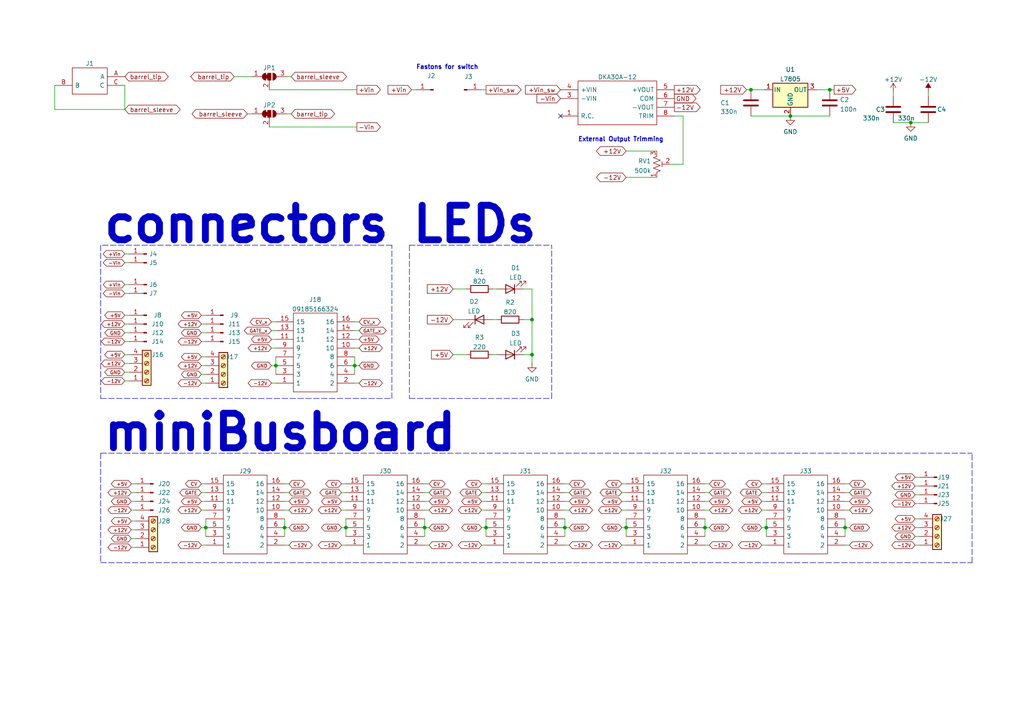
<source format=kicad_sch>
(kicad_sch (version 20211123) (generator eeschema)
  (paper "A4")
  (title_block (title "Chocolate") (date "2022-05-08") (rev "1.2") (company "Noise Kitchen") (comment 1 "Designed by Antonín Gazda for") (comment 2 "modu.monster"))
  (lib_symbols
    (symbol "Connector:Conn_01x01_Male" (pin_names (offset 1.016) hide)
      (property "Reference" "J" (at 0 2.54 0))
      (property "Value" "Conn_01x01_Male" (at 0 -2.54 0))
      (symbol "Conn_01x01_Male_1_1"
        (pin passive line (at 5.08 0 180) (length 3.81) (name "Pin_1") (number "1"))
      )
    )
    (symbol "Connector:Screw_Terminal_01x04" (pin_names (offset 1.016) hide)
      (property "Reference" "J" (at 0 5.08 0))
      (property "Value" "Screw_Terminal_01x04" (at 0 -7.62 0))
      (symbol "Screw_Terminal_01x04_1_1"
        (pin passive line (at -5.08 2.54 0) (length 3.81) (name "Pin_1") (number "1"))
        (pin passive line (at -5.08 0 0) (length 3.81) (name "Pin_2") (number "2"))
        (pin passive line (at -5.08 -2.54 0) (length 3.81) (name "Pin_3") (number "3"))
        (pin passive line (at -5.08 -5.08 0) (length 3.81) (name "Pin_4") (number "4"))
      )
    )
    (symbol "Device:C" (pin_numbers hide) (pin_names (offset 0.254))
      (property "Reference" "C" (at 0.635 2.54 0))
      (property "Value" "C" (at 0.635 -2.54 0))
      (symbol "C_1_1"
        (pin passive line (at 0 3.81 270) (length 2.794) (name "~") (number "1"))
        (pin passive line (at 0 -3.81 90) (length 2.794) (name "~") (number "2"))
      )
    )
    (symbol "Device:LED" (pin_numbers hide) (pin_names (offset 1.016) hide)
      (property "Reference" "D" (at 0 2.54 0))
      (property "Value" "LED" (at 0 -2.54 0))
      (symbol "LED_1_1"
        (pin passive line (at -3.81 0 0) (length 2.54) (name "K") (number "1"))
        (pin passive line (at 3.81 0 180) (length 2.54) (name "A") (number "2"))
      )
    )
    (symbol "Device:R" (pin_numbers hide) (pin_names (offset 0))
      (property "Reference" "R" (at 2.032 0 90))
      (property "Value" "R" (at 0 0 90))
      (symbol "R_1_1"
        (pin passive line (at 0 3.81 270) (length 1.27) (name "~") (number "1"))
        (pin passive line (at 0 -3.81 90) (length 1.27) (name "~") (number "2"))
      )
    )
    (symbol "Device:R_Potentiometer_Trim_US" (pin_names (offset 1.016) hide)
      (property "Reference" "RV" (at -4.445 0 90))
      (property "Value" "R_Potentiometer_Trim_US" (at -2.54 0 90))
      (symbol "R_Potentiometer_Trim_US_1_1"
        (pin passive line (at 0 3.81 270) (length 1.27) (name "1") (number "1"))
        (pin passive line (at 3.81 0 180) (length 1.27) (name "2") (number "2"))
        (pin passive line (at 0 -3.81 90) (length 1.27) (name "3") (number "3"))
      )
    )
    (symbol "Jumper:SolderJumper_3_Bridged12" (pin_names (offset 0) hide)
      (property "Reference" "JP" (at -2.54 -2.54 0))
      (property "Value" "SolderJumper_3_Bridged12" (at 0 2.794 0))
      (symbol "SolderJumper_3_Bridged12_1_1"
        (pin passive line (at -5.08 0 0) (length 2.54) (name "A") (number "1"))
        (pin input line (at 0 -3.81 90) (length 2.54) (name "C") (number "2"))
        (pin passive line (at 5.08 0 180) (length 2.54) (name "B") (number "3"))
      )
    )
    (symbol "Regulator_Linear:L7805" (pin_names (offset 0.254))
      (property "Reference" "U" (at -3.81 3.175 0))
      (property "Value" "L7805" (at 0 3.175 0))
      (symbol "L7805_1_1"
        (pin power_in line (at -7.62 0 0) (length 2.54) (name "IN") (number "1"))
        (pin power_in line (at 0 -7.62 90) (length 2.54) (name "GND") (number "2"))
        (pin power_out line (at 7.62 0 180) (length 2.54) (name "OUT") (number "3"))
      )
    )
    (symbol "SamacSys_Parts:09185166324" (pin_names (offset 0.762))
      (property "Reference" "J" (at 19.05 7.62 0))
      (property "Value" "09185166324" (at 19.05 5.08 0))
      (symbol "09185166324_0_0"
        (pin passive line (at 0 0 0) (length 5.08) (name "1") (number "1"))
        (pin passive line (at 22.86 -10.16 180) (length 5.08) (name "10") (number "10"))
        (pin passive line (at 0 -12.7 0) (length 5.08) (name "11") (number "11"))
        (pin passive line (at 22.86 -12.7 180) (length 5.08) (name "12") (number "12"))
        (pin passive line (at 0 -15.24 0) (length 5.08) (name "13") (number "13"))
        (pin passive line (at 22.86 -15.24 180) (length 5.08) (name "14") (number "14"))
        (pin passive line (at 0 -17.78 0) (length 5.08) (name "15") (number "15"))
        (pin passive line (at 22.86 -17.78 180) (length 5.08) (name "16") (number "16"))
        (pin passive line (at 22.86 0 180) (length 5.08) (name "2") (number "2"))
        (pin passive line (at 0 -2.54 0) (length 5.08) (name "3") (number "3"))
        (pin passive line (at 22.86 -2.54 180) (length 5.08) (name "4") (number "4"))
        (pin passive line (at 0 -5.08 0) (length 5.08) (name "5") (number "5"))
        (pin passive line (at 22.86 -5.08 180) (length 5.08) (name "6") (number "6"))
        (pin passive line (at 0 -7.62 0) (length 5.08) (name "7") (number "7"))
        (pin passive line (at 22.86 -7.62 180) (length 5.08) (name "8") (number "8"))
        (pin passive line (at 0 -10.16 0) (length 5.08) (name "9") (number "9"))
      )
    )
    (symbol "SamacSys_Parts:163-179PH-EX" (pin_names (offset 0.762))
      (property "Reference" "J" (at 16.51 7.62 0))
      (property "Value" "163-179PH-EX" (at 16.51 5.08 0))
      (symbol "163-179PH-EX_0_0"
        (pin passive line (at 20.32 -2.54 180) (length 5.08) (name "A") (number "A"))
        (pin passive line (at 0 0 0) (length 5.08) (name "B") (number "B"))
        (pin passive line (at 20.32 0 180) (length 5.08) (name "C") (number "C"))
      )
    )
    (symbol "SamacSys_Parts:DKA30A-12" (pin_names (offset 0.762))
      (property "Reference" "PS" (at 29.21 7.62 0))
      (property "Value" "DKA30A-12" (at 29.21 5.08 0))
      (symbol "DKA30A-12_0_0"
        (pin passive line (at 33.02 -7.62 180) (length 5.08) (name "R.C.") (number "1"))
        (pin passive line (at 33.02 -2.54 180) (length 5.08) (name "-VIN") (number "3"))
        (pin passive line (at 33.02 0 180) (length 5.08) (name "+VIN") (number "4"))
        (pin passive line (at 0 0 0) (length 5.08) (name "+VOUT") (number "5"))
        (pin passive line (at 0 -2.54 0) (length 5.08) (name "COM") (number "6"))
        (pin passive line (at 0 -5.08 0) (length 5.08) (name "-VOUT") (number "7"))
        (pin passive line (at 0 -7.62 0) (length 5.08) (name "TRIM") (number "8"))
      )
    )
    (symbol "power:+12V" (power) (pin_names (offset 0))
      (property "Value" "+12V" (at 0 3.556 0))
      (symbol "+12V_1_1"
        (pin power_in line (at 0 0 90) (length 0) hide (name "+12V") (number "1"))
      )
    )
    (symbol "power:-12V" (power) (pin_names (offset 0))
      (property "Value" "-12V" (at 0 3.81 0))
      (symbol "-12V_0_0"
        (pin power_in line (at 0 0 90) (length 0) hide (name "-12V") (number "1"))
      )
    )
    (symbol "power:GND" (power) (pin_names (offset 0))
      (property "Value" "GND" (at 0 -3.81 0))
      (symbol "GND_1_1"
        (pin power_in line (at 0 0 270) (length 0) hide (name "GND") (number "1"))
      )
    )
  )
  (junction (at 222.25 153.035))
  (junction (at 80.01 106.045))
  (junction (at 245.11 153.035))
  (junction (at 82.55 153.035))
  (junction (at 100.33 153.035))
  (junction (at 163.83 153.035))
  (junction (at 123.19 153.035))
  (junction (at 204.47 153.035))
  (junction (at 181.61 153.035))
  (junction (at 264.16 35.56))
  (junction (at 59.69 153.035))
  (junction (at 240.665 26.035))
  (junction (at 140.97 153.035))
  (junction (at 229.235 33.655))
  (junction (at 154.305 92.71))
  (junction (at 154.305 102.87))
  (junction (at 102.87 106.045))
  (junction (at 217.805 26.035))
  (no_connect (at 162.56 33.655))
  (wire (pts (xy 58.42 91.44) (xy 59.69 91.44)))
  (wire (pts (xy 99.06 145.415) (xy 100.33 145.415)))
  (wire (pts (xy 124.46 142.875) (xy 123.19 142.875)))
  (wire (pts (xy 163.83 150.495) (xy 163.83 153.035)))
  (wire (pts (xy 104.14 95.885) (xy 102.87 95.885)))
  (wire (pts (xy 36.195 91.44) (xy 37.465 91.44)))
  (wire (pts (xy 58.42 99.06) (xy 59.69 99.06)))
  (wire (pts (xy 119.38 26.035) (xy 120.65 26.035)))
  (wire (pts (xy 78.74 93.345) (xy 80.01 93.345)))
  (wire (pts (xy 131.445 102.87) (xy 135.255 102.87)))
  (wire (pts (xy 165.1 158.115) (xy 163.83 158.115)))
  (wire (pts (xy 205.74 140.335) (xy 204.47 140.335)))
  (wire (pts (xy 104.14 98.425) (xy 102.87 98.425)))
  (wire (pts (xy 259.08 35.56) (xy 264.16 35.56)))
  (wire (pts (xy 139.7 140.335) (xy 140.97 140.335)))
  (wire (pts (xy 180.34 140.335) (xy 181.61 140.335)))
  (wire (pts (xy 142.875 83.82) (xy 144.145 83.82)))
  (wire (pts (xy 80.01 103.505) (xy 80.01 106.045)))
  (wire (pts (xy 142.875 102.87) (xy 144.145 102.87)))
  (wire (pts (xy 124.46 140.335) (xy 123.19 140.335)))
  (polyline (pts (xy 118.745 71.12) (xy 118.745 115.57)))
  (wire (pts (xy 154.305 102.87) (xy 154.305 105.41)))
  (wire (pts (xy 181.61 150.495) (xy 181.61 153.035)))
  (wire (pts (xy 140.97 153.035) (xy 140.97 155.575)))
  (wire (pts (xy 99.06 142.875) (xy 100.33 142.875)))
  (wire (pts (xy 139.7 158.115) (xy 140.97 158.115)))
  (wire (pts (xy 151.765 83.82) (xy 154.305 83.82)))
  (wire (pts (xy 165.1 153.035) (xy 163.83 153.035)))
  (wire (pts (xy 124.46 153.035) (xy 123.19 153.035)))
  (wire (pts (xy 15.875 31.75) (xy 36.195 31.75)))
  (wire (pts (xy 165.1 142.875) (xy 163.83 142.875)))
  (wire (pts (xy 15.875 24.765) (xy 15.875 31.75)))
  (wire (pts (xy 181.61 153.035) (xy 181.61 155.575)))
  (wire (pts (xy 83.185 22.225) (xy 84.455 22.225)))
  (wire (pts (xy 36.195 99.06) (xy 37.465 99.06)))
  (wire (pts (xy 265.43 140.97) (xy 266.7 140.97)))
  (wire (pts (xy 104.14 93.345) (xy 102.87 93.345)))
  (wire (pts (xy 78.74 111.125) (xy 80.01 111.125)))
  (wire (pts (xy 36.195 76.2) (xy 37.465 76.2)))
  (wire (pts (xy 58.42 153.035) (xy 59.69 153.035)))
  (wire (pts (xy 165.1 147.955) (xy 163.83 147.955)))
  (wire (pts (xy 163.83 153.035) (xy 163.83 155.575)))
  (wire (pts (xy 78.74 95.885) (xy 80.01 95.885)))
  (polyline (pts (xy 29.21 131.445) (xy 281.94 131.445)))
  (wire (pts (xy 59.69 153.035) (xy 59.69 155.575)))
  (wire (pts (xy 180.34 142.875) (xy 181.61 142.875)))
  (wire (pts (xy 58.42 158.115) (xy 59.69 158.115)))
  (wire (pts (xy 36.195 110.49) (xy 37.465 110.49)))
  (wire (pts (xy 100.33 150.495) (xy 100.33 153.035)))
  (wire (pts (xy 78.74 100.965) (xy 80.01 100.965)))
  (wire (pts (xy 246.38 158.115) (xy 245.11 158.115)))
  (wire (pts (xy 36.195 85.09) (xy 37.465 85.09)))
  (wire (pts (xy 99.06 153.035) (xy 100.33 153.035)))
  (wire (pts (xy 123.19 150.495) (xy 123.19 153.035)))
  (wire (pts (xy 38.1 145.415) (xy 39.37 145.415)))
  (wire (pts (xy 265.43 153.035) (xy 266.7 153.035)))
  (wire (pts (xy 217.805 26.035) (xy 221.615 26.035)))
  (wire (pts (xy 36.195 82.55) (xy 37.465 82.55)))
  (wire (pts (xy 217.805 33.655) (xy 229.235 33.655)))
  (polyline (pts (xy 29.21 115.57) (xy 113.665 115.57)))
  (wire (pts (xy 36.195 93.98) (xy 37.465 93.98)))
  (wire (pts (xy 204.47 153.035) (xy 204.47 155.575)))
  (wire (pts (xy 222.25 153.035) (xy 222.25 155.575)))
  (wire (pts (xy 222.25 150.495) (xy 222.25 153.035)))
  (wire (pts (xy 165.1 145.415) (xy 163.83 145.415)))
  (wire (pts (xy 83.82 145.415) (xy 82.55 145.415)))
  (wire (pts (xy 38.1 142.875) (xy 39.37 142.875)))
  (wire (pts (xy 78.74 106.045) (xy 80.01 106.045)))
  (wire (pts (xy 220.98 140.335) (xy 222.25 140.335)))
  (wire (pts (xy 205.74 158.115) (xy 204.47 158.115)))
  (wire (pts (xy 246.38 145.415) (xy 245.11 145.415)))
  (wire (pts (xy 140.97 150.495) (xy 140.97 153.035)))
  (wire (pts (xy 246.38 140.335) (xy 245.11 140.335)))
  (wire (pts (xy 180.34 153.035) (xy 181.61 153.035)))
  (wire (pts (xy 36.195 31.75) (xy 36.195 24.765)))
  (wire (pts (xy 216.535 26.035) (xy 217.805 26.035)))
  (wire (pts (xy 154.305 92.71) (xy 154.305 102.87)))
  (polyline (pts (xy 29.21 71.12) (xy 29.21 71.12)))
  (wire (pts (xy 99.06 158.115) (xy 100.33 158.115)))
  (wire (pts (xy 264.16 35.56) (xy 269.24 35.56)))
  (wire (pts (xy 99.06 147.955) (xy 100.33 147.955)))
  (wire (pts (xy 180.34 158.115) (xy 181.61 158.115)))
  (wire (pts (xy 265.43 146.05) (xy 266.7 146.05)))
  (wire (pts (xy 83.82 153.035) (xy 82.55 153.035)))
  (wire (pts (xy 265.43 138.43) (xy 266.7 138.43)))
  (polyline (pts (xy 113.665 71.12) (xy 29.21 71.12)))
  (wire (pts (xy 205.74 147.955) (xy 204.47 147.955)))
  (wire (pts (xy 83.82 147.955) (xy 82.55 147.955)))
  (wire (pts (xy 139.7 153.035) (xy 140.97 153.035)))
  (wire (pts (xy 78.105 26.035) (xy 103.505 26.035)))
  (wire (pts (xy 58.42 96.52) (xy 59.69 96.52)))
  (wire (pts (xy 265.43 150.495) (xy 266.7 150.495)))
  (wire (pts (xy 124.46 145.415) (xy 123.19 145.415)))
  (wire (pts (xy 82.55 153.035) (xy 82.55 155.575)))
  (polyline (pts (xy 118.745 71.12) (xy 160.02 71.12)))
  (wire (pts (xy 154.305 83.82) (xy 154.305 92.71)))
  (wire (pts (xy 38.1 156.21) (xy 39.37 156.21)))
  (wire (pts (xy 198.12 47.625) (xy 194.31 47.625)))
  (wire (pts (xy 245.11 153.035) (xy 245.11 155.575)))
  (wire (pts (xy 58.42 140.335) (xy 59.69 140.335)))
  (wire (pts (xy 58.42 108.585) (xy 59.69 108.585)))
  (wire (pts (xy 58.42 142.875) (xy 59.69 142.875)))
  (wire (pts (xy 36.195 105.41) (xy 37.465 105.41)))
  (wire (pts (xy 180.34 145.415) (xy 181.61 145.415)))
  (wire (pts (xy 59.69 150.495) (xy 59.69 153.035)))
  (polyline (pts (xy 113.665 115.57) (xy 113.665 71.12)))
  (wire (pts (xy 181.61 43.815) (xy 190.5 43.815)))
  (wire (pts (xy 205.74 153.035) (xy 204.47 153.035)))
  (wire (pts (xy 180.34 147.955) (xy 181.61 147.955)))
  (polyline (pts (xy 29.21 163.195) (xy 281.94 163.195)))
  (wire (pts (xy 38.1 151.13) (xy 39.37 151.13)))
  (wire (pts (xy 140.97 26.035) (xy 139.7 26.035)))
  (wire (pts (xy 240.665 26.035) (xy 241.935 26.035)))
  (wire (pts (xy 204.47 150.495) (xy 204.47 153.035)))
  (wire (pts (xy 165.1 140.335) (xy 163.83 140.335)))
  (wire (pts (xy 102.87 103.505) (xy 102.87 106.045)))
  (wire (pts (xy 269.24 26.67) (xy 269.24 27.94)))
  (wire (pts (xy 36.195 73.66) (xy 37.465 73.66)))
  (wire (pts (xy 246.38 153.035) (xy 245.11 153.035)))
  (wire (pts (xy 58.42 103.505) (xy 59.69 103.505)))
  (wire (pts (xy 38.1 147.955) (xy 39.37 147.955)))
  (wire (pts (xy 265.43 158.115) (xy 266.7 158.115)))
  (wire (pts (xy 236.855 26.035) (xy 240.665 26.035)))
  (wire (pts (xy 205.74 142.875) (xy 204.47 142.875)))
  (polyline (pts (xy 29.21 71.12) (xy 29.21 115.57)))
  (wire (pts (xy 142.875 92.71) (xy 144.145 92.71)))
  (wire (pts (xy 220.98 145.415) (xy 222.25 145.415)))
  (wire (pts (xy 246.38 147.955) (xy 245.11 147.955)))
  (polyline (pts (xy 281.94 163.195) (xy 281.94 131.445)))
  (wire (pts (xy 259.08 26.67) (xy 259.08 27.94)))
  (wire (pts (xy 205.74 145.415) (xy 204.47 145.415)))
  (wire (pts (xy 139.7 147.955) (xy 140.97 147.955)))
  (wire (pts (xy 265.43 155.575) (xy 266.7 155.575)))
  (wire (pts (xy 78.105 36.83) (xy 103.505 36.83)))
  (wire (pts (xy 151.765 92.71) (xy 154.305 92.71)))
  (polyline (pts (xy 118.745 115.57) (xy 160.02 115.57)))
  (wire (pts (xy 124.46 158.115) (xy 123.19 158.115)))
  (wire (pts (xy 104.14 111.125) (xy 102.87 111.125)))
  (wire (pts (xy 38.1 158.75) (xy 39.37 158.75)))
  (wire (pts (xy 123.19 153.035) (xy 123.19 155.575)))
  (wire (pts (xy 131.445 83.82) (xy 135.255 83.82)))
  (wire (pts (xy 220.98 158.115) (xy 222.25 158.115)))
  (wire (pts (xy 246.38 142.875) (xy 245.11 142.875)))
  (wire (pts (xy 36.195 96.52) (xy 37.465 96.52)))
  (wire (pts (xy 220.98 147.955) (xy 222.25 147.955)))
  (wire (pts (xy 83.82 142.875) (xy 82.55 142.875)))
  (wire (pts (xy 265.43 143.51) (xy 266.7 143.51)))
  (wire (pts (xy 38.1 140.335) (xy 39.37 140.335)))
  (wire (pts (xy 58.42 145.415) (xy 59.69 145.415)))
  (wire (pts (xy 139.7 142.875) (xy 140.97 142.875)))
  (wire (pts (xy 104.14 106.045) (xy 102.87 106.045)))
  (wire (pts (xy 71.755 33.02) (xy 73.025 33.02)))
  (wire (pts (xy 102.87 106.045) (xy 102.87 108.585)))
  (wire (pts (xy 151.765 102.87) (xy 154.305 102.87)))
  (wire (pts (xy 220.98 153.035) (xy 222.25 153.035)))
  (wire (pts (xy 139.7 145.415) (xy 140.97 145.415)))
  (wire (pts (xy 58.42 111.125) (xy 59.69 111.125)))
  (wire (pts (xy 58.42 93.98) (xy 59.69 93.98)))
  (wire (pts (xy 82.55 150.495) (xy 82.55 153.035)))
  (wire (pts (xy 104.14 100.965) (xy 102.87 100.965)))
  (polyline (pts (xy 29.21 131.445) (xy 29.21 163.195)))
  (wire (pts (xy 80.01 106.045) (xy 80.01 108.585)))
  (wire (pts (xy 195.58 33.655) (xy 198.12 33.655)))
  (wire (pts (xy 245.11 150.495) (xy 245.11 153.035)))
  (wire (pts (xy 220.98 142.875) (xy 222.25 142.875)))
  (wire (pts (xy 131.445 92.71) (xy 135.255 92.71)))
  (polyline (pts (xy 160.02 115.57) (xy 160.02 71.12)))
  (wire (pts (xy 38.1 153.67) (xy 39.37 153.67)))
  (wire (pts (xy 229.235 33.655) (xy 240.665 33.655)))
  (wire (pts (xy 100.33 153.035) (xy 100.33 155.575)))
  (wire (pts (xy 198.12 33.655) (xy 198.12 47.625)))
  (wire (pts (xy 78.74 98.425) (xy 80.01 98.425)))
  (wire (pts (xy 181.61 51.435) (xy 190.5 51.435)))
  (wire (pts (xy 124.46 147.955) (xy 123.19 147.955)))
  (wire (pts (xy 83.82 140.335) (xy 82.55 140.335)))
  (wire (pts (xy 58.42 147.955) (xy 59.69 147.955)))
  (wire (pts (xy 83.185 33.02) (xy 84.455 33.02)))
  (wire (pts (xy 36.195 102.87) (xy 37.465 102.87)))
  (wire (pts (xy 67.945 22.225) (xy 73.025 22.225)))
  (wire (pts (xy 36.195 107.95) (xy 37.465 107.95)))
  (wire (pts (xy 83.82 158.115) (xy 82.55 158.115)))
  (wire (pts (xy 58.42 106.045) (xy 59.69 106.045)))
  (wire (pts (xy 99.06 140.335) (xy 100.33 140.335)))
  (text "Fastons for switch" (at 120.65 20.32 0) (effects (font (size 1.27 1.27) (thickness 0.254) bold) (justify left bottom)))
  (text "LEDs" (at 118.745 71.12 0) (effects (font (size 10 10) bold) (justify left bottom)))
  (text "External Output Trimming" (at 167.64 41.275 0) (effects (font (size 1.27 1.27) (thickness 0.254) bold) (justify left bottom)))
  (text "miniBusboard" (at 29.21 131.445 0) (effects (font (size 10 10) bold) (justify left bottom)))
  (text "connectors" (at 29.21 71.12 0) (effects (font (size 10 10) bold) (justify left bottom)))
  (global_label "-12V" (shape bidirectional) (at 124.46 158.115 0) (effects (font (size 1 1))) (property "Intersheet References" "${INTERSHEET_REFS}" (effects hide)))
  (global_label "CV" (shape bidirectional) (at 83.82 140.335 0) (effects (font (size 1 1))) (property "Intersheet References" "${INTERSHEET_REFS}" (effects hide)))
  (global_label "+Vin_sw" (shape input) (at 162.56 26.035 180) (property "Intersheet References" "${INTERSHEET_REFS}" (effects hide)))
  (global_label "+5V" (shape bidirectional) (at 58.42 91.44 180) (effects (font (size 1 1))) (property "Intersheet References" "${INTERSHEET_REFS}" (effects hide)))
  (global_label "GATE" (shape bidirectional) (at 180.34 142.875 180) (effects (font (size 1 1))) (property "Intersheet References" "${INTERSHEET_REFS}" (effects hide)))
  (global_label "+12V" (shape bidirectional) (at 265.43 153.035 180) (effects (font (size 1 1))) (property "Intersheet References" "${INTERSHEET_REFS}" (effects hide)))
  (global_label "+12V" (shape bidirectional) (at 265.43 140.97 180) (effects (font (size 1 1))) (property "Intersheet References" "${INTERSHEET_REFS}" (effects hide)))
  (global_label "GATE_x" (shape bidirectional) (at 78.74 95.885 180) (effects (font (size 1 1))) (property "Intersheet References" "${INTERSHEET_REFS}" (effects hide)))
  (global_label "+12V" (shape output) (at 195.58 26.035 0) (property "Intersheet References" "${INTERSHEET_REFS}" (effects hide)))
  (global_label "-12V" (shape bidirectional) (at 205.74 158.115 0) (effects (font (size 1 1))) (property "Intersheet References" "${INTERSHEET_REFS}" (effects hide)))
  (global_label "+12V" (shape bidirectional) (at 36.195 93.98 180) (effects (font (size 1 1))) (property "Intersheet References" "${INTERSHEET_REFS}" (effects hide)))
  (global_label "barrel_sleeve" (shape bidirectional) (at 71.755 33.02 180) (property "Intersheet References" "${INTERSHEET_REFS}" (effects hide)))
  (global_label "CV" (shape bidirectional) (at 205.74 140.335 0) (effects (font (size 1 1))) (property "Intersheet References" "${INTERSHEET_REFS}" (effects hide)))
  (global_label "+12V" (shape bidirectional) (at 38.1 153.67 180) (effects (font (size 1 1))) (property "Intersheet References" "${INTERSHEET_REFS}" (effects hide)))
  (global_label "+5V" (shape bidirectional) (at 124.46 145.415 0) (effects (font (size 1 1))) (property "Intersheet References" "${INTERSHEET_REFS}" (effects hide)))
  (global_label "+5V" (shape bidirectional) (at 246.38 145.415 0) (effects (font (size 1 1))) (property "Intersheet References" "${INTERSHEET_REFS}" (effects hide)))
  (global_label "+5V" (shape output) (at 241.935 26.035 0) (property "Intersheet References" "${INTERSHEET_REFS}" (effects hide)))
  (global_label "-12V" (shape bidirectional) (at 165.1 158.115 0) (effects (font (size 1 1))) (property "Intersheet References" "${INTERSHEET_REFS}" (effects hide)))
  (global_label "+5V" (shape bidirectional) (at 78.74 98.425 180) (effects (font (size 1 1))) (property "Intersheet References" "${INTERSHEET_REFS}" (effects hide)))
  (global_label "CV" (shape bidirectional) (at 58.42 140.335 180) (effects (font (size 1 1))) (property "Intersheet References" "${INTERSHEET_REFS}" (effects hide)))
  (global_label "+5V" (shape bidirectional) (at 180.34 145.415 180) (effects (font (size 1 1))) (property "Intersheet References" "${INTERSHEET_REFS}" (effects hide)))
  (global_label "-12V" (shape bidirectional) (at 36.195 110.49 180) (effects (font (size 1 1))) (property "Intersheet References" "${INTERSHEET_REFS}" (effects hide)))
  (global_label "GATE" (shape bidirectional) (at 246.38 142.875 0) (effects (font (size 1 1))) (property "Intersheet References" "${INTERSHEET_REFS}" (effects hide)))
  (global_label "-12V" (shape input) (at 131.445 92.71 180) (property "Intersheet References" "${INTERSHEET_REFS}" (effects hide)))
  (global_label "-12V" (shape bidirectional) (at 38.1 158.75 180) (effects (font (size 1 1))) (property "Intersheet References" "${INTERSHEET_REFS}" (effects hide)))
  (global_label "GND" (shape bidirectional) (at 38.1 145.415 180) (effects (font (size 1 1))) (property "Intersheet References" "${INTERSHEET_REFS}" (effects hide)))
  (global_label "+Vin_sw" (shape output) (at 140.97 26.035 0) (property "Intersheet References" "${INTERSHEET_REFS}" (effects hide)))
  (global_label "-12V" (shape bidirectional) (at 246.38 158.115 0) (effects (font (size 1 1))) (property "Intersheet References" "${INTERSHEET_REFS}" (effects hide)))
  (global_label "GND" (shape bidirectional) (at 165.1 153.035 0) (effects (font (size 1 1))) (property "Intersheet References" "${INTERSHEET_REFS}" (effects hide)))
  (global_label "GND" (shape bidirectional) (at 83.82 153.035 0) (effects (font (size 1 1))) (property "Intersheet References" "${INTERSHEET_REFS}" (effects hide)))
  (global_label "-12V" (shape bidirectional) (at 36.195 99.06 180) (effects (font (size 1 1))) (property "Intersheet References" "${INTERSHEET_REFS}" (effects hide)))
  (global_label "GATE" (shape bidirectional) (at 124.46 142.875 0) (effects (font (size 1 1))) (property "Intersheet References" "${INTERSHEET_REFS}" (effects hide)))
  (global_label "+5V" (shape bidirectional) (at 58.42 145.415 180) (effects (font (size 1 1))) (property "Intersheet References" "${INTERSHEET_REFS}" (effects hide)))
  (global_label "+5V" (shape bidirectional) (at 139.7 145.415 180) (effects (font (size 1 1))) (property "Intersheet References" "${INTERSHEET_REFS}" (effects hide)))
  (global_label "+5V" (shape bidirectional) (at 38.1 151.13 180) (effects (font (size 1 1))) (property "Intersheet References" "${INTERSHEET_REFS}" (effects hide)))
  (global_label "CV" (shape bidirectional) (at 124.46 140.335 0) (effects (font (size 1 1))) (property "Intersheet References" "${INTERSHEET_REFS}" (effects hide)))
  (global_label "+5V" (shape bidirectional) (at 38.1 140.335 180) (effects (font (size 1 1))) (property "Intersheet References" "${INTERSHEET_REFS}" (effects hide)))
  (global_label "+12V" (shape bidirectional) (at 165.1 147.955 0) (effects (font (size 1 1))) (property "Intersheet References" "${INTERSHEET_REFS}" (effects hide)))
  (global_label "-Vin" (shape bidirectional) (at 36.195 76.2 180) (effects (font (size 1 1))) (property "Intersheet References" "${INTERSHEET_REFS}" (effects hide)))
  (global_label "CV" (shape bidirectional) (at 246.38 140.335 0) (effects (font (size 1 1))) (property "Intersheet References" "${INTERSHEET_REFS}" (effects hide)))
  (global_label "GATE" (shape bidirectional) (at 58.42 142.875 180) (effects (font (size 1 1))) (property "Intersheet References" "${INTERSHEET_REFS}" (effects hide)))
  (global_label "GND" (shape bidirectional) (at 220.98 153.035 180) (effects (font (size 1 1))) (property "Intersheet References" "${INTERSHEET_REFS}" (effects hide)))
  (global_label "+12V" (shape bidirectional) (at 99.06 147.955 180) (effects (font (size 1 1))) (property "Intersheet References" "${INTERSHEET_REFS}" (effects hide)))
  (global_label "-Vin" (shape output) (at 103.505 36.83 0) (property "Intersheet References" "${INTERSHEET_REFS}" (effects hide)))
  (global_label "+5V" (shape bidirectional) (at 265.43 138.43 180) (effects (font (size 1 1))) (property "Intersheet References" "${INTERSHEET_REFS}" (effects hide)))
  (global_label "+Vin" (shape output) (at 103.505 26.035 0) (property "Intersheet References" "${INTERSHEET_REFS}" (effects hide)))
  (global_label "+12V" (shape bidirectional) (at 181.61 43.815 180) (property "Intersheet References" "${INTERSHEET_REFS}" (effects hide)))
  (global_label "GND" (shape bidirectional) (at 124.46 153.035 0) (effects (font (size 1 1))) (property "Intersheet References" "${INTERSHEET_REFS}" (effects hide)))
  (global_label "GATE" (shape bidirectional) (at 139.7 142.875 180) (effects (font (size 1 1))) (property "Intersheet References" "${INTERSHEET_REFS}" (effects hide)))
  (global_label "GATE" (shape bidirectional) (at 165.1 142.875 0) (effects (font (size 1 1))) (property "Intersheet References" "${INTERSHEET_REFS}" (effects hide)))
  (global_label "+5V" (shape bidirectional) (at 104.14 98.425 0) (effects (font (size 1 1))) (property "Intersheet References" "${INTERSHEET_REFS}" (effects hide)))
  (global_label "-12V" (shape bidirectional) (at 265.43 146.05 180) (effects (font (size 1 1))) (property "Intersheet References" "${INTERSHEET_REFS}" (effects hide)))
  (global_label "GND" (shape bidirectional) (at 265.43 143.51 180) (effects (font (size 1 1))) (property "Intersheet References" "${INTERSHEET_REFS}" (effects hide)))
  (global_label "+5V" (shape bidirectional) (at 265.43 150.495 180) (effects (font (size 1 1))) (property "Intersheet References" "${INTERSHEET_REFS}" (effects hide)))
  (global_label "GND" (shape bidirectional) (at 36.195 107.95 180) (effects (font (size 1 1))) (property "Intersheet References" "${INTERSHEET_REFS}" (effects hide)))
  (global_label "GND" (shape bidirectional) (at 58.42 153.035 180) (effects (font (size 1 1))) (property "Intersheet References" "${INTERSHEET_REFS}" (effects hide)))
  (global_label "GND" (shape bidirectional) (at 139.7 153.035 180) (effects (font (size 1 1))) (property "Intersheet References" "${INTERSHEET_REFS}" (effects hide)))
  (global_label "+12V" (shape input) (at 131.445 83.82 180) (property "Intersheet References" "${INTERSHEET_REFS}" (effects hide)))
  (global_label "-12V" (shape output) (at 195.58 31.115 0) (property "Intersheet References" "${INTERSHEET_REFS}" (effects hide)))
  (global_label "+5V" (shape bidirectional) (at 83.82 145.415 0) (effects (font (size 1 1))) (property "Intersheet References" "${INTERSHEET_REFS}" (effects hide)))
  (global_label "+5V" (shape bidirectional) (at 36.195 102.87 180) (effects (font (size 1 1))) (property "Intersheet References" "${INTERSHEET_REFS}" (effects hide)))
  (global_label "+12V" (shape bidirectional) (at 78.74 100.965 180) (effects (font (size 1 1))) (property "Intersheet References" "${INTERSHEET_REFS}" (effects hide)))
  (global_label "barrel_sleeve" (shape bidirectional) (at 36.195 31.75 0) (property "Intersheet References" "${INTERSHEET_REFS}" (effects hide)))
  (global_label "-12V" (shape bidirectional) (at 220.98 158.115 180) (effects (font (size 1 1))) (property "Intersheet References" "${INTERSHEET_REFS}" (effects hide)))
  (global_label "+12V" (shape bidirectional) (at 36.195 105.41 180) (effects (font (size 1 1))) (property "Intersheet References" "${INTERSHEET_REFS}" (effects hide)))
  (global_label "CV_x" (shape bidirectional) (at 78.74 93.345 180) (effects (font (size 1 1))) (property "Intersheet References" "${INTERSHEET_REFS}" (effects hide)))
  (global_label "CV" (shape bidirectional) (at 220.98 140.335 180) (effects (font (size 1 1))) (property "Intersheet References" "${INTERSHEET_REFS}" (effects hide)))
  (global_label "GND" (shape bidirectional) (at 180.34 153.035 180) (effects (font (size 1 1))) (property "Intersheet References" "${INTERSHEET_REFS}" (effects hide)))
  (global_label "GND" (shape output) (at 195.58 28.575 0) (property "Intersheet References" "${INTERSHEET_REFS}" (effects hide)))
  (global_label "GND" (shape bidirectional) (at 265.43 155.575 180) (effects (font (size 1 1))) (property "Intersheet References" "${INTERSHEET_REFS}" (effects hide)))
  (global_label "+12V" (shape bidirectional) (at 58.42 106.045 180) (effects (font (size 1 1))) (property "Intersheet References" "${INTERSHEET_REFS}" (effects hide)))
  (global_label "+5V" (shape bidirectional) (at 99.06 145.415 180) (effects (font (size 1 1))) (property "Intersheet References" "${INTERSHEET_REFS}" (effects hide)))
  (global_label "-Vin" (shape bidirectional) (at 36.195 85.09 180) (effects (font (size 1 1))) (property "Intersheet References" "${INTERSHEET_REFS}" (effects hide)))
  (global_label "GND" (shape bidirectional) (at 99.06 153.035 180) (effects (font (size 1 1))) (property "Intersheet References" "${INTERSHEET_REFS}" (effects hide)))
  (global_label "GATE_x" (shape bidirectional) (at 104.14 95.885 0) (effects (font (size 1 1))) (property "Intersheet References" "${INTERSHEET_REFS}" (effects hide)))
  (global_label "+12V" (shape bidirectional) (at 139.7 147.955 180) (effects (font (size 1 1))) (property "Intersheet References" "${INTERSHEET_REFS}" (effects hide)))
  (global_label "-12V" (shape bidirectional) (at 180.34 158.115 180) (effects (font (size 1 1))) (property "Intersheet References" "${INTERSHEET_REFS}" (effects hide)))
  (global_label "GATE" (shape bidirectional) (at 205.74 142.875 0) (effects (font (size 1 1))) (property "Intersheet References" "${INTERSHEET_REFS}" (effects hide)))
  (global_label "+Vin" (shape bidirectional) (at 36.195 73.66 180) (effects (font (size 1 1))) (property "Intersheet References" "${INTERSHEET_REFS}" (effects hide)))
  (global_label "CV" (shape bidirectional) (at 165.1 140.335 0) (effects (font (size 1 1))) (property "Intersheet References" "${INTERSHEET_REFS}" (effects hide)))
  (global_label "-12V" (shape bidirectional) (at 139.7 158.115 180) (effects (font (size 1 1))) (property "Intersheet References" "${INTERSHEET_REFS}" (effects hide)))
  (global_label "+5V" (shape bidirectional) (at 58.42 103.505 180) (effects (font (size 1 1))) (property "Intersheet References" "${INTERSHEET_REFS}" (effects hide)))
  (global_label "+12V" (shape bidirectional) (at 104.14 100.965 0) (effects (font (size 1 1))) (property "Intersheet References" "${INTERSHEET_REFS}" (effects hide)))
  (global_label "GND" (shape bidirectional) (at 246.38 153.035 0) (effects (font (size 1 1))) (property "Intersheet References" "${INTERSHEET_REFS}" (effects hide)))
  (global_label "-12V" (shape bidirectional) (at 38.1 147.955 180) (effects (font (size 1 1))) (property "Intersheet References" "${INTERSHEET_REFS}" (effects hide)))
  (global_label "barrel_tip" (shape bidirectional) (at 67.945 22.225 180) (property "Intersheet References" "${INTERSHEET_REFS}" (effects hide)))
  (global_label "-12V" (shape bidirectional) (at 58.42 158.115 180) (effects (font (size 1 1))) (property "Intersheet References" "${INTERSHEET_REFS}" (effects hide)))
  (global_label "+5V" (shape bidirectional) (at 165.1 145.415 0) (effects (font (size 1 1))) (property "Intersheet References" "${INTERSHEET_REFS}" (effects hide)))
  (global_label "-12V" (shape bidirectional) (at 99.06 158.115 180) (effects (font (size 1 1))) (property "Intersheet References" "${INTERSHEET_REFS}" (effects hide)))
  (global_label "+12V" (shape bidirectional) (at 83.82 147.955 0) (effects (font (size 1 1))) (property "Intersheet References" "${INTERSHEET_REFS}" (effects hide)))
  (global_label "GND" (shape bidirectional) (at 104.14 106.045 0) (effects (font (size 1 1))) (property "Intersheet References" "${INTERSHEET_REFS}" (effects hide)))
  (global_label "-12V" (shape bidirectional) (at 58.42 111.125 180) (effects (font (size 1 1))) (property "Intersheet References" "${INTERSHEET_REFS}" (effects hide)))
  (global_label "GND" (shape bidirectional) (at 58.42 108.585 180) (effects (font (size 1 1))) (property "Intersheet References" "${INTERSHEET_REFS}" (effects hide)))
  (global_label "+12V" (shape bidirectional) (at 58.42 93.98 180) (effects (font (size 1 1))) (property "Intersheet References" "${INTERSHEET_REFS}" (effects hide)))
  (global_label "CV" (shape bidirectional) (at 99.06 140.335 180) (effects (font (size 1 1))) (property "Intersheet References" "${INTERSHEET_REFS}" (effects hide)))
  (global_label "GATE" (shape bidirectional) (at 83.82 142.875 0) (effects (font (size 1 1))) (property "Intersheet References" "${INTERSHEET_REFS}" (effects hide)))
  (global_label "+12V" (shape bidirectional) (at 220.98 147.955 180) (effects (font (size 1 1))) (property "Intersheet References" "${INTERSHEET_REFS}" (effects hide)))
  (global_label "CV" (shape bidirectional) (at 180.34 140.335 180) (effects (font (size 1 1))) (property "Intersheet References" "${INTERSHEET_REFS}" (effects hide)))
  (global_label "barrel_sleeve" (shape bidirectional) (at 84.455 22.225 0) (property "Intersheet References" "${INTERSHEET_REFS}" (effects hide)))
  (global_label "CV_x" (shape bidirectional) (at 104.14 93.345 0) (effects (font (size 1 1))) (property "Intersheet References" "${INTERSHEET_REFS}" (effects hide)))
  (global_label "+5V" (shape bidirectional) (at 220.98 145.415 180) (effects (font (size 1 1))) (property "Intersheet References" "${INTERSHEET_REFS}" (effects hide)))
  (global_label "+12V" (shape bidirectional) (at 38.1 142.875 180) (effects (font (size 1 1))) (property "Intersheet References" "${INTERSHEET_REFS}" (effects hide)))
  (global_label "GND" (shape bidirectional) (at 36.195 96.52 180) (effects (font (size 1 1))) (property "Intersheet References" "${INTERSHEET_REFS}" (effects hide)))
  (global_label "+5V" (shape bidirectional) (at 36.195 91.44 180) (effects (font (size 1 1))) (property "Intersheet References" "${INTERSHEET_REFS}" (effects hide)))
  (global_label "GATE" (shape bidirectional) (at 220.98 142.875 180) (effects (font (size 1 1))) (property "Intersheet References" "${INTERSHEET_REFS}" (effects hide)))
  (global_label "-12V" (shape bidirectional) (at 78.74 111.125 180) (effects (font (size 1 1))) (property "Intersheet References" "${INTERSHEET_REFS}" (effects hide)))
  (global_label "barrel_tip" (shape bidirectional) (at 84.455 33.02 0) (property "Intersheet References" "${INTERSHEET_REFS}" (effects hide)))
  (global_label "-12V" (shape bidirectional) (at 83.82 158.115 0) (effects (font (size 1 1))) (property "Intersheet References" "${INTERSHEET_REFS}" (effects hide)))
  (global_label "+12V" (shape bidirectional) (at 180.34 147.955 180) (effects (font (size 1 1))) (property "Intersheet References" "${INTERSHEET_REFS}" (effects hide)))
  (global_label "GND" (shape bidirectional) (at 205.74 153.035 0) (effects (font (size 1 1))) (property "Intersheet References" "${INTERSHEET_REFS}" (effects hide)))
  (global_label "-Vin" (shape input) (at 162.56 28.575 180) (property "Intersheet References" "${INTERSHEET_REFS}" (effects hide)))
  (global_label "GND" (shape bidirectional) (at 38.1 156.21 180) (effects (font (size 1 1))) (property "Intersheet References" "${INTERSHEET_REFS}" (effects hide)))
  (global_label "barrel_tip" (shape bidirectional) (at 36.195 22.225 0) (property "Intersheet References" "${INTERSHEET_REFS}" (effects hide)))
  (global_label "+12V" (shape bidirectional) (at 246.38 147.955 0) (effects (font (size 1 1))) (property "Intersheet References" "${INTERSHEET_REFS}" (effects hide)))
  (global_label "+12V" (shape bidirectional) (at 124.46 147.955 0) (effects (font (size 1 1))) (property "Intersheet References" "${INTERSHEET_REFS}" (effects hide)))
  (global_label "+5V" (shape input) (at 131.445 102.87 180) (property "Intersheet References" "${INTERSHEET_REFS}" (effects hide)))
  (global_label "-12V" (shape bidirectional) (at 265.43 158.115 180) (effects (font (size 1 1))) (property "Intersheet References" "${INTERSHEET_REFS}" (effects hide)))
  (global_label "+12V" (shape bidirectional) (at 58.42 147.955 180) (effects (font (size 1 1))) (property "Intersheet References" "${INTERSHEET_REFS}" (effects hide)))
  (global_label "-12V" (shape bidirectional) (at 181.61 51.435 180) (property "Intersheet References" "${INTERSHEET_REFS}" (effects hide)))
  (global_label "GATE" (shape bidirectional) (at 99.06 142.875 180) (effects (font (size 1 1))) (property "Intersheet References" "${INTERSHEET_REFS}" (effects hide)))
  (global_label "-12V" (shape bidirectional) (at 104.14 111.125 0) (effects (font (size 1 1))) (property "Intersheet References" "${INTERSHEET_REFS}" (effects hide)))
  (global_label "+5V" (shape bidirectional) (at 205.74 145.415 0) (effects (font (size 1 1))) (property "Intersheet References" "${INTERSHEET_REFS}" (effects hide)))
  (global_label "CV" (shape bidirectional) (at 139.7 140.335 180) (effects (font (size 1 1))) (property "Intersheet References" "${INTERSHEET_REFS}" (effects hide)))
  (global_label "GND" (shape bidirectional) (at 78.74 106.045 180) (effects (font (size 1 1))) (property "Intersheet References" "${INTERSHEET_REFS}" (effects hide)))
  (global_label "-12V" (shape bidirectional) (at 58.42 99.06 180) (effects (font (size 1 1))) (property "Intersheet References" "${INTERSHEET_REFS}" (effects hide)))
  (global_label "+Vin" (shape input) (at 119.38 26.035 180) (property "Intersheet References" "${INTERSHEET_REFS}" (effects hide)))
  (global_label "+Vin" (shape bidirectional) (at 36.195 82.55 180) (effects (font (size 1 1))) (property "Intersheet References" "${INTERSHEET_REFS}" (effects hide)))
  (global_label "+12V" (shape input) (at 216.535 26.035 180) (property "Intersheet References" "${INTERSHEET_REFS}" (effects hide)))
  (global_label "GND" (shape bidirectional) (at 58.42 96.52 180) (effects (font (size 1 1))) (property "Intersheet References" "${INTERSHEET_REFS}" (effects hide)))
  (global_label "+12V" (shape bidirectional) (at 205.74 147.955 0) (effects (font (size 1 1))) (property "Intersheet References" "${INTERSHEET_REFS}" (effects hide)))
  (symbol (lib_id "Device:R_Potentiometer_Trim_US") (at 190.5 47.625 0) (mirror x) (unit 1)
    (property "Reference" "RV1" (at 188.8491 46.7165 0) (effects (justify right)))
    (property "Value" "500k" (at 188.8491 49.4916 0) (effects (justify right)))
    (property "Footprint" "Potentiometer_THT:Potentiometer_Bourns_3296W_Vertical" (effects hide))
  )
  (symbol (lib_id "Device:R") (at 139.065 83.82 90) (unit 1)
    (property "Reference" "R1" (at 139.065 78.8375 90))
    (property "Value" "820" (at 139.065 81.6126 90))
    (property "Footprint" "Resistor_THT:R_Axial_DIN0207_L6.3mm_D2.5mm_P10.16mm_Horizontal" (effects hide))
  )
  (symbol (lib_id "Connector:Conn_01x01_Male") (at 42.545 91.44 180) (unit 1)
    (property "Reference" "J8" (at 45.72 91.44 0))
    (property "Value" "Conn_01x01_Male" (effects hide))
    (property "Footprint" "SamacSys_Parts:23765952" (effects hide))
  )
  (symbol (lib_id "Connector:Conn_01x01_Male") (at 44.45 147.955 180) (unit 1)
    (property "Reference" "J26" (at 47.625 147.955 0))
    (property "Value" "Conn_01x01_Male" (effects hide))
    (property "Footprint" "SamacSys_Parts:23765952" (effects hide))
  )
  (symbol (lib_id "SamacSys_Parts:09185166324") (at 181.61 158.115 0) (mirror x) (unit 1)
    (property "Reference" "J32" (at 193.04 136.6543 0))
    (property "Value" "09185166324" (effects hide))
    (property "Footprint" "SamacSys_Parts:16PinHeader-edgetoedge" (effects hide))
    (property "Datasheet" "https://b2b.harting.com/files/download/PRD/PDF_TS/09185XXX324_100154466DRW008A.pdf" (effects hide))
    (property "Description" "SEK-18 SV MA LP STR29 16P PL2" (effects hide))
    (property "Mouser Part Number" "617-09185166324" (effects hide))
    (property "Mouser Price/Stock" "https://www.mouser.co.uk/ProductDetail/HARTING/09185166324?qs=qa49y27LPCFnv%252BKjCi4I5Q%3D%3D" (effects hide))
    (property "Manufacturer_Name" "HARTING" (effects hide))
    (property "Manufacturer_Part_Number" "09185166324" (effects hide))
  )
  (symbol (lib_id "Device:C") (at 217.805 29.845 0) (unit 1)
    (property "Reference" "C1" (at 208.915 29.845 0) (effects (justify left)))
    (property "Value" "330n" (at 208.915 32.385 0) (effects (justify left)))
    (property "Footprint" "Capacitor_THT:C_Disc_D5.0mm_W2.5mm_P5.00mm" (effects hide))
    (property "Datasheet" "https://www.tme.eu/cz/details/cct-330n_50v/kondenzatory-mlcc-tht/sr-passives/ct40805y334m500f3r/" (effects hide))
  )
  (symbol (lib_id "Connector:Conn_01x01_Male") (at 42.545 85.09 180) (unit 1)
    (property "Reference" "J7" (at 44.45 85.09 0))
    (property "Value" "Conn_01x01_Male" (effects hide))
    (property "Footprint" "SamacSys_Parts:23765952" (effects hide))
  )
  (symbol (lib_id "Connector:Screw_Terminal_01x04") (at 64.77 108.585 0) (mirror x) (unit 1)
    (property "Reference" "J17" (at 67.31 103.505 0))
    (property "Value" "Screw_Terminal_01x04" (effects hide))
    (property "Footprint" "ModuEurorack:Teblock04" (effects hide))
  )
  (symbol (lib_id "Connector:Conn_01x01_Male") (at 42.545 76.2 180) (unit 1)
    (property "Reference" "J5" (at 44.45 76.2 0))
    (property "Value" "Conn_01x01_Male" (effects hide))
    (property "Footprint" "SamacSys_Parts:23765952" (effects hide))
  )
  (symbol (lib_id "Connector:Screw_Terminal_01x04") (at 42.545 107.95 0) (mirror x) (unit 1)
    (property "Reference" "J16" (at 45.72 102.87 0))
    (property "Value" "Screw_Terminal_01x04" (effects hide))
    (property "Footprint" "ModuEurorack:Teblock04" (effects hide))
  )
  (symbol (lib_id "Connector:Conn_01x01_Male") (at 125.73 26.035 180) (unit 1)
    (property "Reference" "J2" (at 125.095 21.9923 0))
    (property "Value" "Conn_01x01_Male" (effects hide))
    (property "Footprint" "SamacSys_Parts:23765952" (effects hide))
  )
  (symbol (lib_id "Connector:Conn_01x01_Male") (at 64.77 99.06 180) (unit 1)
    (property "Reference" "J15" (at 67.945 99.06 0))
    (property "Value" "Conn_01x01_Male" (effects hide))
    (property "Footprint" "SamacSys_Parts:23765952" (effects hide))
  )
  (symbol (lib_id "Device:C") (at 240.665 29.845 0) (unit 1)
    (property "Reference" "C2" (at 243.586 28.9365 0) (effects (justify left)))
    (property "Value" "100n" (at 243.586 31.7116 0) (effects (justify left)))
    (property "Footprint" "Capacitor_THT:C_Disc_D5.0mm_W2.5mm_P5.00mm" (effects hide))
  )
  (symbol (lib_id "Connector:Conn_01x01_Male") (at 134.62 26.035 0) (unit 1)
    (property "Reference" "J3" (at 135.89 22.225 0))
    (property "Value" "Conn_01x01_Male" (effects hide))
    (property "Footprint" "SamacSys_Parts:23765952" (effects hide))
  )
  (symbol (lib_id "Connector:Conn_01x01_Male") (at 64.77 96.52 180) (unit 1)
    (property "Reference" "J13" (at 67.945 96.52 0))
    (property "Value" "Conn_01x01_Male" (effects hide))
    (property "Footprint" "SamacSys_Parts:23765952" (effects hide))
  )
  (symbol (lib_id "SamacSys_Parts:09185166324") (at 222.25 158.115 0) (mirror x) (unit 1)
    (property "Reference" "J33" (at 233.68 136.6543 0))
    (property "Value" "09185166324" (effects hide))
    (property "Footprint" "SamacSys_Parts:16PinHeader-edgetoedge" (effects hide))
    (property "Datasheet" "https://b2b.harting.com/files/download/PRD/PDF_TS/09185XXX324_100154466DRW008A.pdf" (effects hide))
    (property "Description" "SEK-18 SV MA LP STR29 16P PL2" (effects hide))
    (property "Mouser Part Number" "617-09185166324" (effects hide))
    (property "Mouser Price/Stock" "https://www.mouser.co.uk/ProductDetail/HARTING/09185166324?qs=qa49y27LPCFnv%252BKjCi4I5Q%3D%3D" (effects hide))
    (property "Manufacturer_Name" "HARTING" (effects hide))
    (property "Manufacturer_Part_Number" "09185166324" (effects hide))
  )
  (symbol (lib_id "Connector:Conn_01x01_Male") (at 42.545 82.55 180) (unit 1)
    (property "Reference" "J6" (at 44.45 82.55 0))
    (property "Value" "Conn_01x01_Male" (effects hide))
    (property "Footprint" "SamacSys_Parts:23765952" (effects hide))
  )
  (symbol (lib_id "Connector:Conn_01x01_Male") (at 271.78 138.43 180) (unit 1)
    (property "Reference" "J19" (at 273.685 138.43 0))
    (property "Value" "Conn_01x01_Male" (effects hide))
    (property "Footprint" "SamacSys_Parts:23765952" (effects hide))
  )
  (symbol (lib_id "Device:R") (at 139.065 102.87 90) (unit 1)
    (property "Reference" "R3" (at 139.065 97.8875 90))
    (property "Value" "220" (at 139.065 100.6626 90))
    (property "Footprint" "Resistor_THT:R_Axial_DIN0207_L6.3mm_D2.5mm_P10.16mm_Horizontal" (effects hide))
  )
  (symbol (lib_id "Connector:Conn_01x01_Male") (at 42.545 96.52 180) (unit 1)
    (property "Reference" "J12" (at 45.72 96.52 0))
    (property "Value" "Conn_01x01_Male" (effects hide))
    (property "Footprint" "SamacSys_Parts:23765952" (effects hide))
  )
  (symbol (lib_id "Connector:Conn_01x01_Male") (at 42.545 73.66 180) (unit 1)
    (property "Reference" "J4" (at 44.45 73.66 0))
    (property "Value" "Conn_01x01_Male" (effects hide))
    (property "Footprint" "SamacSys_Parts:23765952" (effects hide))
  )
  (symbol (lib_id "SamacSys_Parts:09185166324") (at 59.69 158.115 0) (mirror x) (unit 1)
    (property "Reference" "J29" (at 71.12 136.6543 0))
    (property "Value" "09185166324" (effects hide))
    (property "Footprint" "SamacSys_Parts:16PinHeader-edgetoedge" (effects hide))
    (property "Datasheet" "https://b2b.harting.com/files/download/PRD/PDF_TS/09185XXX324_100154466DRW008A.pdf" (effects hide))
    (property "Description" "SEK-18 SV MA LP STR29 16P PL2" (effects hide))
    (property "Mouser Part Number" "617-09185166324" (effects hide))
    (property "Mouser Price/Stock" "https://www.mouser.co.uk/ProductDetail/HARTING/09185166324?qs=qa49y27LPCFnv%252BKjCi4I5Q%3D%3D" (effects hide))
    (property "Manufacturer_Name" "HARTING" (effects hide))
    (property "Manufacturer_Part_Number" "09185166324" (effects hide))
  )
  (symbol (lib_id "SamacSys_Parts:09185166324") (at 80.01 111.125 0) (mirror x) (unit 1)
    (property "Reference" "J18" (at 91.44 86.8893 0))
    (property "Value" "09185166324" (at 91.44 89.6644 0))
    (property "Footprint" "SamacSys_Parts:16PinHeader-edgetoedge" (effects hide))
    (property "Datasheet" "https://b2b.harting.com/files/download/PRD/PDF_TS/09185XXX324_100154466DRW008A.pdf" (effects hide))
    (property "Description" "SEK-18 SV MA LP STR29 16P PL2" (effects hide))
    (property "Mouser Part Number" "617-09185166324" (effects hide))
    (property "Mouser Price/Stock" "https://www.mouser.co.uk/ProductDetail/HARTING/09185166324?qs=qa49y27LPCFnv%252BKjCi4I5Q%3D%3D" (effects hide))
    (property "Manufacturer_Name" "HARTING" (effects hide))
    (property "Manufacturer_Part_Number" "09185166324" (effects hide))
  )
  (symbol (lib_id "Device:LED") (at 139.065 92.71 0) (unit 1)
    (property "Reference" "D2" (at 137.4775 87.4735 0))
    (property "Value" "LED" (at 137.4775 90.2486 0))
    (property "Footprint" "LED_THT:LED_D5.0mm" (effects hide))
  )
  (symbol (lib_id "Device:C") (at 259.08 31.75 0) (unit 1)
    (property "Reference" "C3" (at 254 31.75 0) (effects (justify left)))
    (property "Value" "330n" (at 250.19 34.29 0) (effects (justify left)))
    (property "Footprint" "Capacitor_THT:C_Disc_D5.0mm_W2.5mm_P5.00mm" (effects hide))
    (property "Datasheet" "https://www.tme.eu/cz/details/cct-330n_50v/kondenzatory-mlcc-tht/sr-passives/ct40805y334m500f3r/" (effects hide))
  )
  (symbol (lib_id "Connector:Conn_01x01_Male") (at 44.45 145.415 180) (unit 1)
    (property "Reference" "J24" (at 47.625 145.415 0))
    (property "Value" "Conn_01x01_Male" (effects hide))
    (property "Footprint" "SamacSys_Parts:23765952" (effects hide))
  )
  (symbol (lib_id "SamacSys_Parts:DKA30A-12") (at 195.58 26.035 0) (mirror y) (unit 1)
    (property "Reference" "PS1" (effects hide))
    (property "Value" "DKA30A-12" (at 179.07 22.3544 0))
    (property "Footprint" "SamacSys_Parts:DKA30A12" (effects hide))
    (property "Datasheet" "http://www.mean-well.ru/uploads/files/datasheets/DKA30A-12.pdf" (effects hide))
    (property "Description" "Isolated DC/DC Converters 9-18Vin +/-12Vout 125-1250mA, 30W" (effects hide))
    (property "Height" "21" (effects hide))
    (property "Mouser Part Number" "709-DKA30A-12" (effects hide))
    (property "Mouser Price/Stock" "https://www.mouser.co.uk/ProductDetail/MEAN-WELL/DKA30A-12?qs=l0g2inPJSHNYloNWwLoa%2FA%3D%3D" (effects hide))
    (property "Manufacturer_Name" "Mean Well" (effects hide))
    (property "Manufacturer_Part_Number" "DKA30A-12" (effects hide))
  )
  (symbol (lib_id "Connector:Conn_01x01_Male") (at 64.77 91.44 180) (unit 1)
    (property "Reference" "J9" (at 67.945 91.44 0))
    (property "Value" "Conn_01x01_Male" (effects hide))
    (property "Footprint" "SamacSys_Parts:23765952" (effects hide))
  )
  (symbol (lib_id "Connector:Screw_Terminal_01x04") (at 271.78 155.575 0) (mirror x) (unit 1)
    (property "Reference" "J27" (at 274.32 150.495 0))
    (property "Value" "Screw_Terminal_01x04" (effects hide))
    (property "Footprint" "ModuEurorack:Teblock04" (effects hide))
  )
  (symbol (lib_id "SamacSys_Parts:09185166324") (at 100.33 158.115 0) (mirror x) (unit 1)
    (property "Reference" "J30" (at 111.76 136.6543 0))
    (property "Value" "09185166324" (effects hide))
    (property "Footprint" "SamacSys_Parts:16PinHeader-edgetoedge" (effects hide))
    (property "Datasheet" "https://b2b.harting.com/files/download/PRD/PDF_TS/09185XXX324_100154466DRW008A.pdf" (effects hide))
    (property "Description" "SEK-18 SV MA LP STR29 16P PL2" (effects hide))
    (property "Mouser Part Number" "617-09185166324" (effects hide))
    (property "Mouser Price/Stock" "https://www.mouser.co.uk/ProductDetail/HARTING/09185166324?qs=qa49y27LPCFnv%252BKjCi4I5Q%3D%3D" (effects hide))
    (property "Manufacturer_Name" "HARTING" (effects hide))
    (property "Manufacturer_Part_Number" "09185166324" (effects hide))
  )
  (symbol (lib_id "Device:C") (at 269.24 31.75 0) (unit 1)
    (property "Reference" "C4" (at 271.78 31.75 0) (effects (justify left)))
    (property "Value" "330n" (at 260.35 34.29 0) (effects (justify left)))
    (property "Footprint" "Capacitor_THT:C_Disc_D5.0mm_W2.5mm_P5.00mm" (effects hide))
    (property "Datasheet" "https://www.tme.eu/cz/details/cct-330n_50v/kondenzatory-mlcc-tht/sr-passives/ct40805y334m500f3r/" (effects hide))
  )
  (symbol (lib_id "power:-12V") (at 269.24 26.67 0) (unit 1)
    (property "Reference" "#PWR02" (effects hide))
    (property "Value" "-12V" (at 269.24 23.0655 0))
  )
  (symbol (lib_id "Connector:Conn_01x01_Male") (at 64.77 93.98 180) (unit 1)
    (property "Reference" "J11" (at 67.945 93.98 0))
    (property "Value" "Conn_01x01_Male" (effects hide))
    (property "Footprint" "SamacSys_Parts:23765952" (effects hide))
  )
  (symbol (lib_id "Connector:Conn_01x01_Male") (at 271.78 140.97 180) (unit 1)
    (property "Reference" "J21" (at 273.685 140.97 0))
    (property "Value" "Conn_01x01_Male" (effects hide))
    (property "Footprint" "SamacSys_Parts:23765952" (effects hide))
  )
  (symbol (lib_id "Connector:Conn_01x01_Male") (at 42.545 99.06 180) (unit 1)
    (property "Reference" "J14" (at 45.72 99.06 0))
    (property "Value" "Conn_01x01_Male" (effects hide))
    (property "Footprint" "SamacSys_Parts:23765952" (effects hide))
  )
  (symbol (lib_id "Jumper:SolderJumper_3_Bridged12") (at 78.105 22.225 0) (unit 1)
    (property "Reference" "JP1" (at 78.105 19.685 0))
    (property "Value" "Jumper_3_Bridged12" (effects hide))
    (property "Footprint" "ModuEurorack:SolderJumper-3_P1.3mm_Bridged12_Pad-BIG" (effects hide))
  )
  (symbol (lib_id "Device:LED") (at 147.955 83.82 180) (unit 1)
    (property "Reference" "D1" (at 149.5425 77.6945 0))
    (property "Value" "LED" (at 149.5425 80.4696 0))
    (property "Footprint" "LED_THT:LED_D5.0mm" (effects hide))
  )
  (symbol (lib_id "Connector:Conn_01x01_Male") (at 271.78 146.05 180) (unit 1)
    (property "Reference" "J25" (at 273.685 146.05 0))
    (property "Value" "Conn_01x01_Male" (effects hide))
    (property "Footprint" "SamacSys_Parts:23765952" (effects hide))
  )
  (symbol (lib_id "Device:LED") (at 147.955 102.87 180) (unit 1)
    (property "Reference" "D3" (at 149.5425 96.7445 0))
    (property "Value" "LED" (at 149.5425 99.5196 0))
    (property "Footprint" "LED_THT:LED_D5.0mm" (effects hide))
  )
  (symbol (lib_id "Connector:Conn_01x01_Male") (at 44.45 140.335 180) (unit 1)
    (property "Reference" "J20" (at 47.625 140.335 0))
    (property "Value" "Conn_01x01_Male" (effects hide))
    (property "Footprint" "SamacSys_Parts:23765952" (effects hide))
  )
  (symbol (lib_id "power:+12V") (at 259.08 26.67 0) (unit 1)
    (property "Reference" "#PWR01" (effects hide))
    (property "Value" "+12V" (at 259.08 23.0655 0))
  )
  (symbol (lib_id "Device:R") (at 147.955 92.71 90) (unit 1)
    (property "Reference" "R2" (at 147.955 87.7275 90))
    (property "Value" "820" (at 147.955 90.5026 90))
    (property "Footprint" "Resistor_THT:R_Axial_DIN0207_L6.3mm_D2.5mm_P10.16mm_Horizontal" (effects hide))
  )
  (symbol (lib_id "Connector:Conn_01x01_Male") (at 44.45 142.875 180) (unit 1)
    (property "Reference" "J22" (at 47.625 142.875 0))
    (property "Value" "Conn_01x01_Male" (effects hide))
    (property "Footprint" "SamacSys_Parts:23765952" (effects hide))
  )
  (symbol (lib_id "power:GND") (at 154.305 105.41 0) (unit 1)
    (property "Reference" "#PWR05" (effects hide))
    (property "Value" "GND" (at 154.305 109.9725 0))
  )
  (symbol (lib_id "Jumper:SolderJumper_3_Bridged12") (at 78.105 33.02 0) (unit 1)
    (property "Reference" "JP2" (at 78.105 30.48 0))
    (property "Value" "Jumper_3_Bridged12" (effects hide))
    (property "Footprint" "ModuEurorack:SolderJumper-3_P1.3mm_Bridged12_Pad-BIG" (effects hide))
  )
  (symbol (lib_id "Connector:Screw_Terminal_01x04") (at 44.45 156.21 0) (mirror x) (unit 1)
    (property "Reference" "J28" (at 47.625 151.13 0))
    (property "Value" "Screw_Terminal_01x04" (effects hide))
    (property "Footprint" "ModuEurorack:Teblock04" (effects hide))
  )
  (symbol (lib_id "Connector:Conn_01x01_Male") (at 42.545 93.98 180) (unit 1)
    (property "Reference" "J10" (at 45.72 93.98 0))
    (property "Value" "Conn_01x01_Male" (effects hide))
    (property "Footprint" "SamacSys_Parts:23765952" (effects hide))
  )
  (symbol (lib_id "power:GND") (at 264.16 35.56 0) (unit 1)
    (property "Reference" "#PWR04" (effects hide))
    (property "Value" "GND" (at 264.16 40.1225 0))
  )
  (symbol (lib_id "SamacSys_Parts:163-179PH-EX") (at 15.875 24.765 0) (mirror x) (unit 1)
    (property "Reference" "J1" (at 26.035 18.415 0))
    (property "Value" "163-179PH-EX" (effects hide))
    (property "Footprint" "163179PHEX" (effects hide))
    (property "Datasheet" "https://componentsearchengine.com/Datasheets/1/163-179PH-EX.pdf" (effects hide))
    (property "Description" "DC Power Connectors PCB 2.1MM" (effects hide))
    (property "Height" "11" (effects hide))
    (property "Mouser Part Number" "163-179PH-EX" (effects hide))
    (property "Mouser Price/Stock" "https://www.mouser.co.uk/ProductDetail/Kobiconn/163-179PH-EX?qs=Xb8IjHhkxj5l2UOaIqcGCw%3D%3D" (effects hide))
    (property "Manufacturer_Name" "Kobiconn" (effects hide))
    (property "Manufacturer_Part_Number" "163-179PH-EX" (effects hide))
  )
  (symbol (lib_id "SamacSys_Parts:09185166324") (at 140.97 158.115 0) (mirror x) (unit 1)
    (property "Reference" "J31" (at 152.4 136.6543 0))
    (property "Value" "09185166324" (effects hide))
    (property "Footprint" "SamacSys_Parts:16PinHeader-edgetoedge" (effects hide))
    (property "Datasheet" "https://b2b.harting.com/files/download/PRD/PDF_TS/09185XXX324_100154466DRW008A.pdf" (effects hide))
    (property "Description" "SEK-18 SV MA LP STR29 16P PL2" (effects hide))
    (property "Mouser Part Number" "617-09185166324" (effects hide))
    (property "Mouser Price/Stock" "https://www.mouser.co.uk/ProductDetail/HARTING/09185166324?qs=qa49y27LPCFnv%252BKjCi4I5Q%3D%3D" (effects hide))
    (property "Manufacturer_Name" "HARTING" (effects hide))
    (property "Manufacturer_Part_Number" "09185166324" (effects hide))
  )
  (symbol (lib_id "power:GND") (at 229.235 33.655 0) (unit 1)
    (property "Reference" "#PWR03" (effects hide))
    (property "Value" "GND" (at 229.235 38.2175 0))
  )
  (symbol (lib_id "Connector:Conn_01x01_Male") (at 271.78 143.51 180) (unit 1)
    (property "Reference" "J23" (at 273.685 143.51 0))
    (property "Value" "Conn_01x01_Male" (effects hide))
    (property "Footprint" "SamacSys_Parts:23765952" (effects hide))
  )
  (symbol (lib_id "Regulator_Linear:L7805") (at 229.235 26.035 0) (unit 1)
    (property "Reference" "U1" (at 229.235 20.1635 0))
    (property "Value" "L7805" (at 229.235 22.9386 0))
    (property "Footprint" "Package_TO_SOT_THT:TO-220-3_Vertical" (effects hide))
    (property "Datasheet" "http://www.st.com/content/ccc/resource/technical/document/datasheet/41/4f/b3/b0/12/d4/47/88/CD00000444.pdf/files/CD00000444.pdf/jcr:content/translations/en.CD00000444.pdf" (effects hide))
  )
)
</source>
